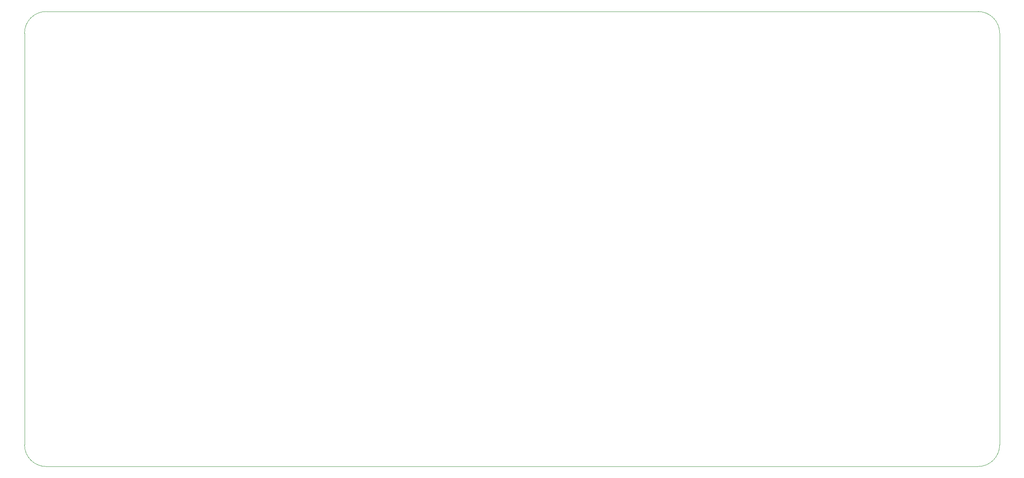
<source format=gbr>
%TF.GenerationSoftware,KiCad,Pcbnew,(5.1.6)-1*%
%TF.CreationDate,2020-06-27T17:36:21-05:00*%
%TF.ProjectId,DTM,44544d2e-6b69-4636-9164-5f7063625858,rev?*%
%TF.SameCoordinates,Original*%
%TF.FileFunction,Profile,NP*%
%FSLAX46Y46*%
G04 Gerber Fmt 4.6, Leading zero omitted, Abs format (unit mm)*
G04 Created by KiCad (PCBNEW (5.1.6)-1) date 2020-06-27 17:36:21*
%MOMM*%
%LPD*%
G01*
G04 APERTURE LIST*
%TA.AperFunction,Profile*%
%ADD10C,0.050000*%
%TD*%
G04 APERTURE END LIST*
D10*
X252412500Y-21431250D02*
X252412500Y-111918750D01*
X247650000Y-16668750D02*
G75*
G02*
X252412500Y-21431250I0J-4762500D01*
G01*
X42862500Y-16668750D02*
X247650000Y-16668750D01*
X247650000Y-116681250D02*
X42862500Y-116681250D01*
X38100000Y-111918750D02*
X38100000Y-21431250D01*
X42862500Y-116681250D02*
G75*
G02*
X38100000Y-111918750I0J4762500D01*
G01*
X252412500Y-111918750D02*
G75*
G02*
X247650000Y-116681250I-4762500J0D01*
G01*
X38100000Y-21431250D02*
G75*
G02*
X42862500Y-16668750I4762500J0D01*
G01*
M02*

</source>
